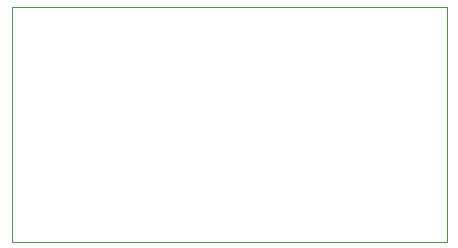
<source format=gbr>
G04 #@! TF.FileFunction,Profile,NP*
%FSLAX46Y46*%
G04 Gerber Fmt 4.6, Leading zero omitted, Abs format (unit mm)*
G04 Created by KiCad (PCBNEW 4.0.6-e0-6349~53~ubuntu16.04.1) date Sun Jul  2 22:52:24 2017*
%MOMM*%
%LPD*%
G01*
G04 APERTURE LIST*
%ADD10C,0.100000*%
G04 APERTURE END LIST*
D10*
X108648500Y-67310000D02*
X108648500Y-87185500D01*
X145478500Y-67310000D02*
X145478500Y-87185500D01*
X108648500Y-87185500D02*
X145478500Y-87185500D01*
X145478500Y-67310000D02*
X108648500Y-67310000D01*
M02*

</source>
